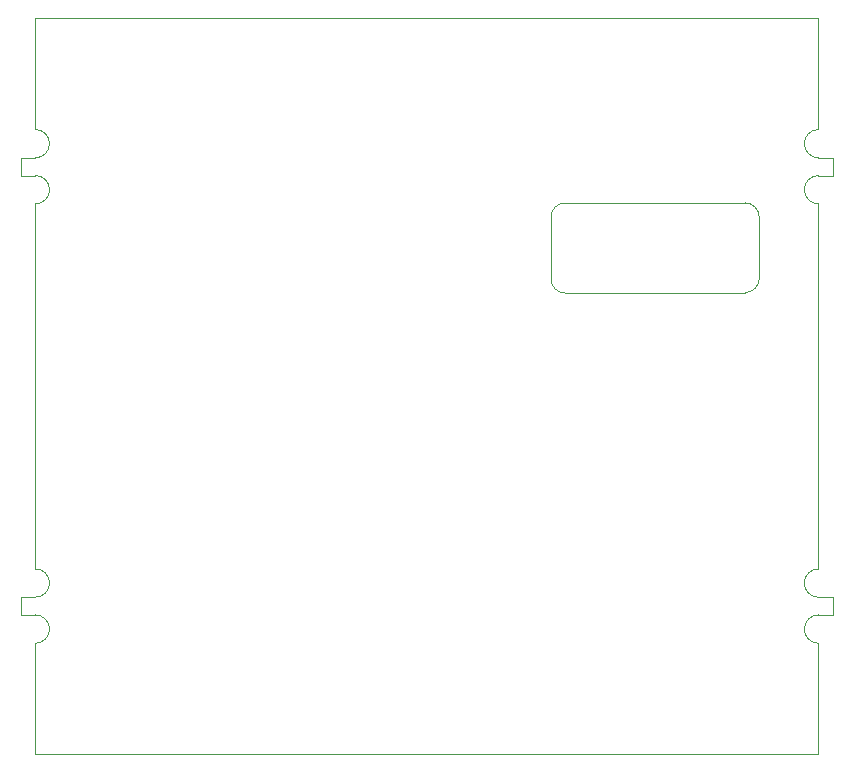
<source format=gm1>
G04 #@! TF.GenerationSoftware,KiCad,Pcbnew,8.0.8*
G04 #@! TF.CreationDate,2025-02-19T14:06:16-05:00*
G04 #@! TF.ProjectId,plot_gerbers,706c6f74-5f67-4657-9262-6572732e6b69,rev?*
G04 #@! TF.SameCoordinates,Original*
G04 #@! TF.FileFunction,Profile,NP*
%FSLAX46Y46*%
G04 Gerber Fmt 4.6, Leading zero omitted, Abs format (unit mm)*
G04 Created by KiCad (PCBNEW 8.0.8) date 2025-02-19 14:06:16*
%MOMM*%
%LPD*%
G01*
G04 APERTURE LIST*
G04 #@! TA.AperFunction,Profile*
%ADD10C,0.050000*%
G04 #@! TD*
G04 APERTURE END LIST*
D10*
X179110000Y-128070000D02*
G75*
G02*
X177910000Y-126870000I0J1200000D01*
G01*
X112810000Y-94770000D02*
X112810000Y-125670000D01*
X179110000Y-94770000D02*
G75*
G02*
X177910000Y-93570000I0J1200000D01*
G01*
X179110000Y-131970000D02*
X179110000Y-141370000D01*
X112810000Y-92370000D02*
X111560000Y-92370000D01*
X177910000Y-89670000D02*
G75*
G02*
X179110000Y-88470000I1200000J0D01*
G01*
X156465000Y-95885000D02*
X156465000Y-101125000D01*
X177910000Y-130770000D02*
G75*
G02*
X179110000Y-129570000I1200000J0D01*
G01*
X157665000Y-102325000D02*
G75*
G02*
X156465000Y-101125000I0J1200000D01*
G01*
X112810000Y-125670000D02*
G75*
G02*
X114010000Y-126870000I0J-1200000D01*
G01*
X179110000Y-92370000D02*
X180360000Y-92370000D01*
X112810000Y-129570000D02*
X111560000Y-129570000D01*
X179110000Y-90870000D02*
X180360000Y-90870000D01*
X179110000Y-128070000D02*
X180360000Y-128070000D01*
X180360000Y-128070000D02*
X180360000Y-129570000D01*
X157665000Y-102325000D02*
X172895000Y-102325000D01*
X114010000Y-89670000D02*
G75*
G02*
X112810000Y-90870000I-1200000J0D01*
G01*
X179110000Y-90870000D02*
G75*
G02*
X177910000Y-89670000I0J1200000D01*
G01*
X179110000Y-131970000D02*
G75*
G02*
X177910000Y-130770000I0J1200000D01*
G01*
X172895000Y-94685000D02*
G75*
G02*
X174095000Y-95885000I0J-1200000D01*
G01*
X112810000Y-79070000D02*
X179110000Y-79070000D01*
X112810000Y-88470000D02*
X112810000Y-79070000D01*
X179110000Y-125670000D02*
X179110000Y-94770000D01*
X179110000Y-129570000D02*
X180360000Y-129570000D01*
X156465000Y-95885000D02*
G75*
G02*
X157665000Y-94685000I1200000J0D01*
G01*
X112810000Y-141370000D02*
X179110000Y-141370000D01*
X112810000Y-88470000D02*
G75*
G02*
X114010000Y-89670000I0J-1200000D01*
G01*
X112810000Y-90870000D02*
X111560000Y-90870000D01*
X177910000Y-93570000D02*
G75*
G02*
X179110000Y-92370000I1200000J0D01*
G01*
X112810000Y-92370000D02*
G75*
G02*
X114010000Y-93570000I0J-1200000D01*
G01*
X172895000Y-94685000D02*
X157665000Y-94685000D01*
X114010000Y-126870000D02*
G75*
G02*
X112810000Y-128070000I-1200000J0D01*
G01*
X174095000Y-95885000D02*
X174095000Y-101075000D01*
X112810000Y-129570000D02*
G75*
G02*
X114010000Y-130770000I0J-1200000D01*
G01*
X174095000Y-101075000D02*
G75*
G02*
X172895000Y-102275000I-1200000J0D01*
G01*
X112810000Y-131970000D02*
X112810000Y-141370000D01*
X114010000Y-130770000D02*
G75*
G02*
X112810000Y-131970000I-1200000J0D01*
G01*
X177910000Y-126870000D02*
G75*
G02*
X179110000Y-125670000I1200000J0D01*
G01*
X111560000Y-92370000D02*
X111560000Y-90870000D01*
X111560000Y-129570000D02*
X111560000Y-128070000D01*
X112810000Y-128070000D02*
X111560000Y-128070000D01*
X180360000Y-90870000D02*
X180360000Y-92370000D01*
X179110000Y-88470000D02*
X179110000Y-79070000D01*
X114010000Y-93570000D02*
G75*
G02*
X112810000Y-94770000I-1200000J0D01*
G01*
M02*

</source>
